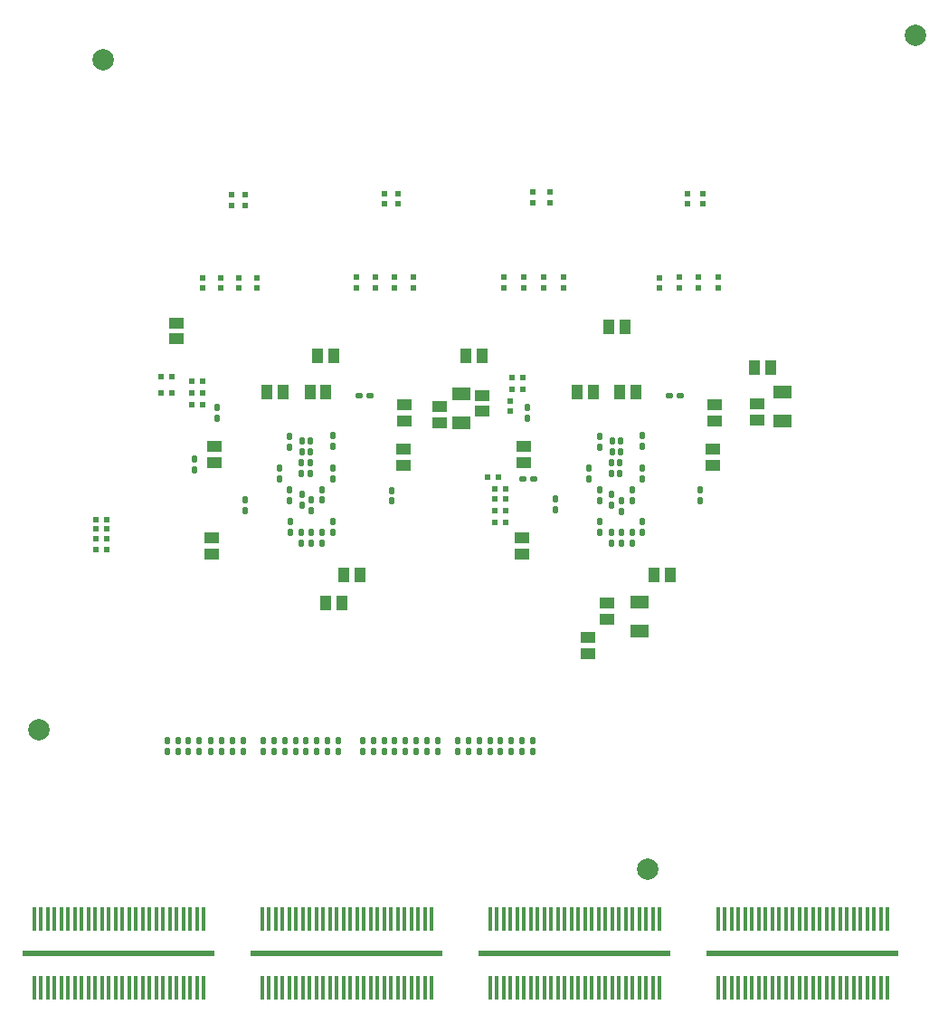
<source format=gbp>
%FSLAX25Y25*%
%MOIN*%
G70*
G01*
G75*
G04 Layer_Color=128*
%ADD10R,0.06693X0.04528*%
%ADD11R,0.07087X0.07087*%
G04:AMPARAMS|DCode=12|XSize=19.69mil|YSize=23.62mil|CornerRadius=4.92mil|HoleSize=0mil|Usage=FLASHONLY|Rotation=90.000|XOffset=0mil|YOffset=0mil|HoleType=Round|Shape=RoundedRectangle|*
%AMROUNDEDRECTD12*
21,1,0.01969,0.01378,0,0,90.0*
21,1,0.00984,0.02362,0,0,90.0*
1,1,0.00984,0.00689,0.00492*
1,1,0.00984,0.00689,-0.00492*
1,1,0.00984,-0.00689,-0.00492*
1,1,0.00984,-0.00689,0.00492*
%
%ADD12ROUNDEDRECTD12*%
%ADD13R,0.04528X0.06693*%
%ADD14C,0.07874*%
%ADD15R,0.02362X0.02362*%
%ADD16R,0.08661X0.05709*%
%ADD17C,0.03937*%
%ADD18C,0.01772*%
%ADD19R,0.47441X0.07874*%
%ADD20R,0.02362X0.02362*%
%ADD21R,0.02362X0.07087*%
G04:AMPARAMS|DCode=22|XSize=19.69mil|YSize=23.62mil|CornerRadius=4.92mil|HoleSize=0mil|Usage=FLASHONLY|Rotation=180.000|XOffset=0mil|YOffset=0mil|HoleType=Round|Shape=RoundedRectangle|*
%AMROUNDEDRECTD22*
21,1,0.01969,0.01378,0,0,180.0*
21,1,0.00984,0.02362,0,0,180.0*
1,1,0.00984,-0.00492,0.00689*
1,1,0.00984,0.00492,0.00689*
1,1,0.00984,0.00492,-0.00689*
1,1,0.00984,-0.00492,-0.00689*
%
%ADD22ROUNDEDRECTD22*%
%ADD23R,0.03740X0.01378*%
%ADD24R,0.01378X0.03740*%
%ADD25R,0.12992X0.12992*%
%ADD26R,0.04528X0.07087*%
%ADD27R,0.01969X0.07874*%
%ADD28R,0.14488X0.05000*%
%ADD29R,0.05512X0.03937*%
%ADD30R,0.03937X0.05512*%
%ADD31R,0.05709X0.08661*%
%ADD32R,0.12992X0.12992*%
%ADD33R,0.04331X0.10236*%
%ADD34R,0.10236X0.04331*%
%ADD35R,0.05512X0.04331*%
%ADD36R,0.04331X0.05512*%
%ADD37C,0.00500*%
%ADD38C,0.01000*%
%ADD39C,0.00800*%
%ADD40C,0.01969*%
%ADD41C,0.01500*%
%ADD42C,0.01200*%
%ADD43C,0.00600*%
%ADD44C,0.02000*%
%ADD45C,0.03740*%
%ADD46R,0.07874X0.07874*%
%ADD47C,0.31496*%
%ADD48C,0.06496*%
%ADD49C,0.05800*%
%ADD50C,0.01940*%
%ADD51C,0.05000*%
%ADD52C,0.02598*%
%ADD53C,0.04000*%
%ADD54C,0.05740*%
%ADD55C,0.06134*%
%ADD56C,0.17000*%
%ADD57C,0.06600*%
%ADD58C,0.08102*%
%ADD59C,0.08000*%
%ADD60C,0.03969*%
%ADD61C,0.03000*%
%ADD62C,0.04800*%
%ADD63C,0.00394*%
%ADD64C,0.00400*%
%ADD65C,0.03299*%
%ADD66C,0.05000*%
%ADD67R,0.01600X0.08500*%
%ADD68R,0.71000X0.02000*%
%ADD69C,0.00984*%
%ADD70C,0.02362*%
%ADD71C,0.00787*%
%ADD72R,0.09095X0.09095*%
%ADD73R,0.09095X0.09095*%
%ADD74R,0.06893X0.04728*%
%ADD75R,0.07287X0.07287*%
G04:AMPARAMS|DCode=76|XSize=21.69mil|YSize=25.62mil|CornerRadius=5.42mil|HoleSize=0mil|Usage=FLASHONLY|Rotation=90.000|XOffset=0mil|YOffset=0mil|HoleType=Round|Shape=RoundedRectangle|*
%AMROUNDEDRECTD76*
21,1,0.02169,0.01478,0,0,90.0*
21,1,0.01084,0.02562,0,0,90.0*
1,1,0.01084,0.00739,0.00542*
1,1,0.01084,0.00739,-0.00542*
1,1,0.01084,-0.00739,-0.00542*
1,1,0.01084,-0.00739,0.00542*
%
%ADD76ROUNDEDRECTD76*%
%ADD77R,0.04728X0.06893*%
%ADD78C,0.15748*%
%ADD79R,0.02562X0.02562*%
%ADD80R,0.08861X0.05909*%
%ADD81C,0.07874*%
%ADD82C,0.01972*%
%ADD83R,0.47241X0.07674*%
%ADD84R,0.02562X0.02562*%
%ADD85R,0.02562X0.07287*%
G04:AMPARAMS|DCode=86|XSize=21.69mil|YSize=25.62mil|CornerRadius=5.42mil|HoleSize=0mil|Usage=FLASHONLY|Rotation=180.000|XOffset=0mil|YOffset=0mil|HoleType=Round|Shape=RoundedRectangle|*
%AMROUNDEDRECTD86*
21,1,0.02169,0.01478,0,0,180.0*
21,1,0.01084,0.02562,0,0,180.0*
1,1,0.01084,-0.00542,0.00739*
1,1,0.01084,0.00542,0.00739*
1,1,0.01084,0.00542,-0.00739*
1,1,0.01084,-0.00542,-0.00739*
%
%ADD86ROUNDEDRECTD86*%
%ADD87R,0.03940X0.01578*%
%ADD88R,0.01578X0.03940*%
%ADD89R,0.13192X0.13192*%
%ADD90R,0.04728X0.07287*%
%ADD91R,0.02169X0.08074*%
%ADD92R,0.14688X0.05200*%
%ADD93R,0.05712X0.04137*%
%ADD94R,0.04137X0.05712*%
%ADD95R,0.05909X0.08861*%
%ADD96R,0.13192X0.13192*%
%ADD97R,0.04531X0.10436*%
%ADD98R,0.10436X0.04531*%
%ADD99R,0.05712X0.04531*%
%ADD100R,0.04531X0.05712*%
%ADD101C,0.31696*%
%ADD102C,0.00200*%
%ADD103C,0.06696*%
%ADD104C,0.06000*%
%ADD105C,0.04137*%
%ADD106R,0.01800X0.08700*%
%ADD107R,0.71200X0.02200*%
D10*
X295636Y231882D02*
D03*
Y242709D02*
D03*
X242987Y165262D02*
D03*
Y154435D02*
D03*
X177139Y231160D02*
D03*
Y241987D02*
D03*
D12*
X200000Y210630D02*
D03*
X203937D02*
D03*
X253937Y241323D02*
D03*
X257874D02*
D03*
X139764D02*
D03*
X143701D02*
D03*
D14*
X344488Y374016D02*
D03*
X246063Y66929D02*
D03*
X21654Y118110D02*
D03*
X45276Y364961D02*
D03*
D15*
X195276Y235433D02*
D03*
Y239370D02*
D03*
X92520Y311417D02*
D03*
Y315354D02*
D03*
X97638Y311417D02*
D03*
Y315354D02*
D03*
X148819Y311811D02*
D03*
Y315748D02*
D03*
X153937Y311811D02*
D03*
Y315748D02*
D03*
X266142Y311811D02*
D03*
Y315748D02*
D03*
X260630Y311811D02*
D03*
Y315748D02*
D03*
X203543Y312205D02*
D03*
Y316142D02*
D03*
X209842Y312205D02*
D03*
Y316142D02*
D03*
X264765Y280866D02*
D03*
Y284803D02*
D03*
X207574Y280866D02*
D03*
Y284803D02*
D03*
X152466Y280866D02*
D03*
Y284803D02*
D03*
X95279Y280759D02*
D03*
Y284696D02*
D03*
X101969D02*
D03*
Y280759D02*
D03*
X257482Y280866D02*
D03*
Y284803D02*
D03*
X192800Y280866D02*
D03*
Y284803D02*
D03*
X250200Y280759D02*
D03*
Y284696D02*
D03*
X214961Y284803D02*
D03*
Y280866D02*
D03*
X272047Y284803D02*
D03*
Y280866D02*
D03*
X88590Y280759D02*
D03*
Y284696D02*
D03*
X138500Y280866D02*
D03*
Y284803D02*
D03*
X81900Y280759D02*
D03*
Y284696D02*
D03*
X159449Y284803D02*
D03*
Y280866D02*
D03*
X200187Y280866D02*
D03*
Y284803D02*
D03*
X145483Y280866D02*
D03*
Y284803D02*
D03*
D20*
X81890Y246457D02*
D03*
X77953D02*
D03*
X81890Y242126D02*
D03*
X77953D02*
D03*
X81890Y237795D02*
D03*
X77953D02*
D03*
X46457Y195669D02*
D03*
X42520D02*
D03*
X46457Y192126D02*
D03*
X42520D02*
D03*
X46457Y188583D02*
D03*
X42520D02*
D03*
X46457Y184646D02*
D03*
X42520D02*
D03*
X200000Y248031D02*
D03*
X196063D02*
D03*
X200000Y243701D02*
D03*
X196063D02*
D03*
X193701Y207087D02*
D03*
X189764D02*
D03*
X193701Y194488D02*
D03*
X189764D02*
D03*
X193701Y198819D02*
D03*
X189764D02*
D03*
X193701Y203150D02*
D03*
X189764D02*
D03*
X187008Y211417D02*
D03*
X190945D02*
D03*
X70473Y248306D02*
D03*
X66535D02*
D03*
X66535Y242350D02*
D03*
X70472D02*
D03*
D22*
X199600Y114300D02*
D03*
Y110363D02*
D03*
X203543Y114173D02*
D03*
Y110236D02*
D03*
X87386Y237008D02*
D03*
Y233071D02*
D03*
X114100Y226269D02*
D03*
Y222332D02*
D03*
X118600Y224468D02*
D03*
Y220532D02*
D03*
X121600Y224468D02*
D03*
Y220532D02*
D03*
X129900Y226468D02*
D03*
Y222532D02*
D03*
X118400Y212531D02*
D03*
Y216469D02*
D03*
X110200Y210631D02*
D03*
Y214568D02*
D03*
X114100Y202731D02*
D03*
Y206668D02*
D03*
X118500Y200832D02*
D03*
Y204768D02*
D03*
X121600Y212531D02*
D03*
Y216469D02*
D03*
X151484Y206368D02*
D03*
Y202432D02*
D03*
X129900Y210631D02*
D03*
Y214568D02*
D03*
X126032Y202803D02*
D03*
Y206740D02*
D03*
X122000Y202803D02*
D03*
Y198866D02*
D03*
X114160Y190931D02*
D03*
Y194869D02*
D03*
X129900Y190931D02*
D03*
Y194869D02*
D03*
X126008Y187031D02*
D03*
Y190969D02*
D03*
X118300Y186932D02*
D03*
Y190868D02*
D03*
X122000Y186932D02*
D03*
Y190868D02*
D03*
X201575Y237008D02*
D03*
Y233071D02*
D03*
X211811Y199213D02*
D03*
Y203150D02*
D03*
X228273Y226269D02*
D03*
Y222332D02*
D03*
X232873Y224468D02*
D03*
Y220532D02*
D03*
X235873Y224468D02*
D03*
Y220532D02*
D03*
X244073Y226468D02*
D03*
Y222532D02*
D03*
X244073Y210631D02*
D03*
Y214568D02*
D03*
X235773Y212531D02*
D03*
Y216469D02*
D03*
X232773Y212531D02*
D03*
Y216469D02*
D03*
X224373Y210631D02*
D03*
Y214568D02*
D03*
X228300Y202663D02*
D03*
Y206600D02*
D03*
X232773Y200832D02*
D03*
Y204768D02*
D03*
X240133Y202731D02*
D03*
Y206668D02*
D03*
X236433Y202432D02*
D03*
Y198495D02*
D03*
X228300Y190931D02*
D03*
Y194869D02*
D03*
X244073Y190931D02*
D03*
Y194869D02*
D03*
X240173Y187031D02*
D03*
Y190969D02*
D03*
X236173Y186932D02*
D03*
Y190868D02*
D03*
X232473Y186932D02*
D03*
Y190868D02*
D03*
X265400Y206437D02*
D03*
Y202500D02*
D03*
X97727Y199032D02*
D03*
Y202969D02*
D03*
X79038Y217913D02*
D03*
Y213976D02*
D03*
X68898Y110236D02*
D03*
Y114173D02*
D03*
X72835Y110236D02*
D03*
Y114173D02*
D03*
X76772Y110236D02*
D03*
Y114173D02*
D03*
X80709Y110236D02*
D03*
Y114173D02*
D03*
X85039Y110236D02*
D03*
Y114173D02*
D03*
X88976Y110236D02*
D03*
Y114173D02*
D03*
X92913Y110236D02*
D03*
Y114173D02*
D03*
X96850Y110236D02*
D03*
Y114173D02*
D03*
X104331Y110236D02*
D03*
Y114173D02*
D03*
X108268Y110236D02*
D03*
Y114173D02*
D03*
X112205Y110236D02*
D03*
Y114173D02*
D03*
X116142Y110236D02*
D03*
Y114173D02*
D03*
X120079Y110236D02*
D03*
Y114173D02*
D03*
X124016Y110236D02*
D03*
Y114173D02*
D03*
X127953Y110236D02*
D03*
Y114173D02*
D03*
X131890Y110236D02*
D03*
Y114173D02*
D03*
X140945Y110236D02*
D03*
Y114173D02*
D03*
X144882Y110236D02*
D03*
Y114173D02*
D03*
X148819Y110236D02*
D03*
Y114173D02*
D03*
X152756Y110236D02*
D03*
Y114173D02*
D03*
X156693Y110236D02*
D03*
Y114173D02*
D03*
X160630Y110236D02*
D03*
Y114173D02*
D03*
X164567Y110236D02*
D03*
Y114173D02*
D03*
X168504Y110236D02*
D03*
Y114173D02*
D03*
X175984Y110236D02*
D03*
Y114173D02*
D03*
X179921Y110236D02*
D03*
Y114173D02*
D03*
X183858Y110236D02*
D03*
Y114173D02*
D03*
X187795Y110236D02*
D03*
Y114173D02*
D03*
X191732Y110236D02*
D03*
Y114173D02*
D03*
X195669Y110236D02*
D03*
Y114173D02*
D03*
D35*
X184942Y241399D02*
D03*
Y235494D02*
D03*
X169343Y231194D02*
D03*
Y237099D02*
D03*
X224100Y152253D02*
D03*
Y146347D02*
D03*
X230887Y164902D02*
D03*
Y158996D02*
D03*
X85433Y182874D02*
D03*
Y188779D02*
D03*
X156299Y237992D02*
D03*
Y232087D02*
D03*
X86221Y216732D02*
D03*
Y222638D02*
D03*
X155905Y215551D02*
D03*
Y221457D02*
D03*
X72441Y262134D02*
D03*
Y268039D02*
D03*
X286236Y232242D02*
D03*
Y238148D02*
D03*
X199606Y182874D02*
D03*
Y188779D02*
D03*
X270472Y237992D02*
D03*
Y232087D02*
D03*
X200394Y216732D02*
D03*
Y222638D02*
D03*
X270079Y215551D02*
D03*
Y221457D02*
D03*
D36*
X127370Y165000D02*
D03*
X133276D02*
D03*
X139961Y175197D02*
D03*
X134055D02*
D03*
X121457Y242520D02*
D03*
X127362D02*
D03*
X105709D02*
D03*
X111614D02*
D03*
X184843Y256063D02*
D03*
X178937D02*
D03*
X237598Y266693D02*
D03*
X231693D02*
D03*
X130118Y256063D02*
D03*
X124213D02*
D03*
X291253Y251720D02*
D03*
X285347D02*
D03*
X254134Y175197D02*
D03*
X248228D02*
D03*
X235630Y242520D02*
D03*
X241535D02*
D03*
X219882D02*
D03*
X225787D02*
D03*
D67*
X22429Y23150D02*
D03*
X24929D02*
D03*
X29929D02*
D03*
X32429D02*
D03*
X37429D02*
D03*
X39929D02*
D03*
X44929D02*
D03*
X47429D02*
D03*
X54929D02*
D03*
X57429D02*
D03*
X62429D02*
D03*
X64929D02*
D03*
X69929D02*
D03*
X72429D02*
D03*
X77429D02*
D03*
X79929D02*
D03*
X22429Y48650D02*
D03*
X24929D02*
D03*
X29929D02*
D03*
X32429D02*
D03*
X37429D02*
D03*
X39929D02*
D03*
X44929D02*
D03*
X47429D02*
D03*
X54929D02*
D03*
X57429D02*
D03*
X62429D02*
D03*
X64929D02*
D03*
X69929D02*
D03*
X72429D02*
D03*
X77429D02*
D03*
X79929D02*
D03*
X106429Y23150D02*
D03*
X108929D02*
D03*
X113929D02*
D03*
X116429D02*
D03*
X121429D02*
D03*
X123929D02*
D03*
X128929D02*
D03*
X131429D02*
D03*
X138929D02*
D03*
X141429D02*
D03*
X146429D02*
D03*
X148929D02*
D03*
X153929D02*
D03*
X156429D02*
D03*
X161429D02*
D03*
X163929D02*
D03*
X106429Y48650D02*
D03*
X108929D02*
D03*
X113929D02*
D03*
X116429D02*
D03*
X121429D02*
D03*
X123929D02*
D03*
X128929D02*
D03*
X131429D02*
D03*
X138929D02*
D03*
X141429D02*
D03*
X146429D02*
D03*
X148929D02*
D03*
X153929D02*
D03*
X156429D02*
D03*
X161429D02*
D03*
X163929D02*
D03*
X190429Y23150D02*
D03*
X192929D02*
D03*
X197929D02*
D03*
X200429D02*
D03*
X205429D02*
D03*
X207929D02*
D03*
X212929D02*
D03*
X215429D02*
D03*
X222929D02*
D03*
X225429D02*
D03*
X230429D02*
D03*
X232929D02*
D03*
X237929D02*
D03*
X245429D02*
D03*
X247929D02*
D03*
X190429Y48650D02*
D03*
X192929D02*
D03*
X197929D02*
D03*
X205429D02*
D03*
X212929D02*
D03*
X215429D02*
D03*
X222929D02*
D03*
X225429D02*
D03*
X230429D02*
D03*
X232929D02*
D03*
X237929D02*
D03*
X240429D02*
D03*
X245429D02*
D03*
X247929D02*
D03*
X274429Y23150D02*
D03*
X276929D02*
D03*
X281929D02*
D03*
X284429D02*
D03*
X289429D02*
D03*
X291929D02*
D03*
X296929D02*
D03*
X299429D02*
D03*
X306929D02*
D03*
X309429D02*
D03*
X314429D02*
D03*
X316929D02*
D03*
X321929D02*
D03*
X324429D02*
D03*
X329429D02*
D03*
X331929D02*
D03*
X274429Y48650D02*
D03*
X276929D02*
D03*
X281929D02*
D03*
X284429D02*
D03*
X289429D02*
D03*
X291929D02*
D03*
X296929D02*
D03*
X299429D02*
D03*
X306929D02*
D03*
X309429D02*
D03*
X314429D02*
D03*
X316929D02*
D03*
X321929D02*
D03*
X324429D02*
D03*
X329429D02*
D03*
X331929D02*
D03*
X82429D02*
D03*
X74929D02*
D03*
X67429D02*
D03*
X59929D02*
D03*
X52429D02*
D03*
X49929D02*
D03*
X42429D02*
D03*
X34929D02*
D03*
X27429D02*
D03*
X19929D02*
D03*
X103929D02*
D03*
X111429D02*
D03*
X118929D02*
D03*
X126429D02*
D03*
X133929D02*
D03*
X136429D02*
D03*
X143929D02*
D03*
X151429D02*
D03*
X158929D02*
D03*
X166429D02*
D03*
Y23150D02*
D03*
X158929D02*
D03*
X151429D02*
D03*
X143929D02*
D03*
X136429D02*
D03*
X133929D02*
D03*
X126429D02*
D03*
X118929D02*
D03*
X111429D02*
D03*
X103929D02*
D03*
X19929D02*
D03*
X27429D02*
D03*
X34929D02*
D03*
X42429D02*
D03*
X49929D02*
D03*
X52429D02*
D03*
X59929D02*
D03*
X67429D02*
D03*
X74929D02*
D03*
X82429D02*
D03*
X187929Y48650D02*
D03*
X195429D02*
D03*
X202929D02*
D03*
X210429D02*
D03*
X217929D02*
D03*
X220429D02*
D03*
X227929D02*
D03*
X235429D02*
D03*
X242929D02*
D03*
X250429D02*
D03*
X187929Y23150D02*
D03*
X195429D02*
D03*
X202929D02*
D03*
X210429D02*
D03*
X217929D02*
D03*
X220429D02*
D03*
X227929D02*
D03*
X235429D02*
D03*
X242929D02*
D03*
X250429D02*
D03*
X334429D02*
D03*
X326929D02*
D03*
X319429D02*
D03*
X311929D02*
D03*
X304429D02*
D03*
X301929D02*
D03*
X294429D02*
D03*
X286929D02*
D03*
X279429D02*
D03*
X271929D02*
D03*
X334429Y48650D02*
D03*
X326929D02*
D03*
X319429D02*
D03*
X311929D02*
D03*
X304429D02*
D03*
X301929D02*
D03*
X294429D02*
D03*
X286929D02*
D03*
X279429D02*
D03*
X271929D02*
D03*
X240429Y23150D02*
D03*
X207929Y48650D02*
D03*
X200429D02*
D03*
D68*
X303100Y35900D02*
D03*
X219100D02*
D03*
X135100D02*
D03*
X51100D02*
D03*
M02*

</source>
